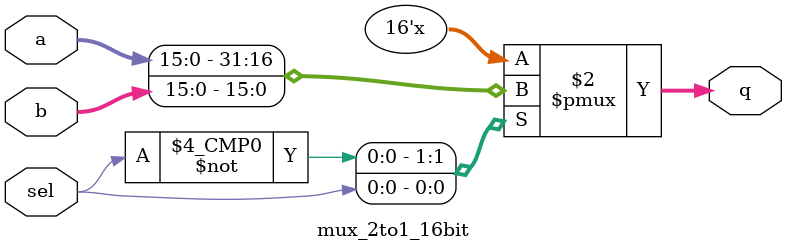
<source format=v>

module mux_2to1_16bit ( output reg [15:0] q,
			input [15:0] a,
			input [15:0] b,
			input sel );

always @ (*)			//Always when an input is changed go into this always block
begin
	case(sel)		//Select a case based on the sel variable
		0: q = a;	//If sel is 0 then the output will get the value of a
		1: q = b;	//If sel is 1 then the output will get the value of b
		default: q = 16'hxxxx; //default for testing
	endcase
end

endmodule

</source>
